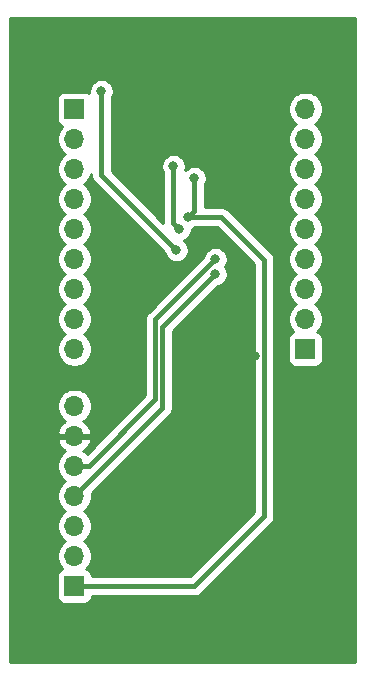
<source format=gbr>
G04 #@! TF.GenerationSoftware,KiCad,Pcbnew,(5.1.12-1-10_14)*
G04 #@! TF.CreationDate,2021-12-17T21:30:25-05:00*
G04 #@! TF.ProjectId,charlieplexboard,63686172-6c69-4657-906c-6578626f6172,rev?*
G04 #@! TF.SameCoordinates,Original*
G04 #@! TF.FileFunction,Copper,L2,Bot*
G04 #@! TF.FilePolarity,Positive*
%FSLAX46Y46*%
G04 Gerber Fmt 4.6, Leading zero omitted, Abs format (unit mm)*
G04 Created by KiCad (PCBNEW (5.1.12-1-10_14)) date 2021-12-17 21:30:25*
%MOMM*%
%LPD*%
G01*
G04 APERTURE LIST*
G04 #@! TA.AperFunction,ComponentPad*
%ADD10O,1.700000X1.700000*%
G04 #@! TD*
G04 #@! TA.AperFunction,ComponentPad*
%ADD11R,1.700000X1.700000*%
G04 #@! TD*
G04 #@! TA.AperFunction,ViaPad*
%ADD12C,0.800000*%
G04 #@! TD*
G04 #@! TA.AperFunction,Conductor*
%ADD13C,0.450000*%
G04 #@! TD*
G04 #@! TA.AperFunction,Conductor*
%ADD14C,0.254000*%
G04 #@! TD*
G04 #@! TA.AperFunction,Conductor*
%ADD15C,0.100000*%
G04 #@! TD*
G04 APERTURE END LIST*
D10*
G04 #@! TO.P,J2,9*
G04 #@! TO.N,/CB9*
X153216000Y-105322000D03*
G04 #@! TO.P,J2,8*
G04 #@! TO.N,/CB8*
X153216000Y-102782000D03*
G04 #@! TO.P,J2,7*
G04 #@! TO.N,/CB7*
X153216000Y-100242000D03*
G04 #@! TO.P,J2,6*
G04 #@! TO.N,/CB6*
X153216000Y-97702000D03*
G04 #@! TO.P,J2,5*
G04 #@! TO.N,/CB5*
X153216000Y-95162000D03*
G04 #@! TO.P,J2,4*
G04 #@! TO.N,/CB4*
X153216000Y-92622000D03*
G04 #@! TO.P,J2,3*
G04 #@! TO.N,/CB3*
X153216000Y-90082000D03*
G04 #@! TO.P,J2,2*
G04 #@! TO.N,/CB2*
X153216000Y-87542000D03*
D11*
G04 #@! TO.P,J2,1*
G04 #@! TO.N,/CB1*
X153216000Y-85002000D03*
G04 #@! TD*
D10*
G04 #@! TO.P,J1,9*
G04 #@! TO.N,/CA9*
X172774000Y-85002000D03*
G04 #@! TO.P,J1,8*
G04 #@! TO.N,/CA8*
X172774000Y-87542000D03*
G04 #@! TO.P,J1,7*
G04 #@! TO.N,/CA7*
X172774000Y-90082000D03*
G04 #@! TO.P,J1,6*
G04 #@! TO.N,/CA6*
X172774000Y-92622000D03*
G04 #@! TO.P,J1,5*
G04 #@! TO.N,/CA5*
X172774000Y-95162000D03*
G04 #@! TO.P,J1,4*
G04 #@! TO.N,/CA4*
X172774000Y-97702000D03*
G04 #@! TO.P,J1,3*
G04 #@! TO.N,/CA3*
X172774000Y-100242000D03*
G04 #@! TO.P,J1,2*
G04 #@! TO.N,/CA2*
X172774000Y-102782000D03*
D11*
G04 #@! TO.P,J1,1*
G04 #@! TO.N,/CA1*
X172774000Y-105322000D03*
G04 #@! TD*
D10*
G04 #@! TO.P,J3,7*
G04 #@! TO.N,+3V3*
X153216000Y-110148000D03*
G04 #@! TO.P,J3,6*
G04 #@! TO.N,GND*
X153216000Y-112688000D03*
G04 #@! TO.P,J3,5*
G04 #@! TO.N,/SCL*
X153216000Y-115228000D03*
G04 #@! TO.P,J3,4*
G04 #@! TO.N,/SDA*
X153216000Y-117768000D03*
G04 #@! TO.P,J3,3*
G04 #@! TO.N,Net-(J3-Pad3)*
X153216000Y-120308000D03*
G04 #@! TO.P,J3,2*
G04 #@! TO.N,Net-(J3-Pad2)*
X153216000Y-122848000D03*
D11*
G04 #@! TO.P,J3,1*
G04 #@! TO.N,/~SDB*
X153216000Y-125388000D03*
G04 #@! TD*
D12*
G04 #@! TO.N,GND*
X158804000Y-108624000D03*
X163122000Y-109132000D03*
X164646000Y-108624000D03*
X167440000Y-109386000D03*
X168519000Y-105893000D03*
X159820000Y-85002000D03*
X158077030Y-95416000D03*
G04 #@! TO.N,/SCL*
X165154000Y-97702000D03*
G04 #@! TO.N,/SDA*
X165154000Y-98972000D03*
G04 #@! TO.N,/~SDB*
X163376000Y-90844000D03*
X162868000Y-94146000D03*
G04 #@! TO.N,Net-(R5-Pad1)*
X161852000Y-96940000D03*
X155502000Y-83478000D03*
G04 #@! TO.N,Net-(R6-Pad2)*
X162106000Y-95162000D03*
X161598000Y-89828000D03*
G04 #@! TD*
D13*
G04 #@! TO.N,/SCL*
X160074000Y-109572081D02*
X154418081Y-115228000D01*
X160074000Y-102782000D02*
X160074000Y-109572081D01*
X154418081Y-115228000D02*
X153216000Y-115228000D01*
X165154000Y-97702000D02*
X160074000Y-102782000D01*
G04 #@! TO.N,/SDA*
X160674010Y-110309990D02*
X153216000Y-117768000D01*
X160674010Y-103451990D02*
X160674010Y-110309990D01*
X165154000Y-98972000D02*
X160674010Y-103451990D01*
G04 #@! TO.N,/~SDB*
X163376000Y-93638000D02*
X162868000Y-94146000D01*
X163376000Y-90844000D02*
X163376000Y-93638000D01*
X162868000Y-94146000D02*
X165662000Y-94146000D01*
X169294001Y-97778001D02*
X169294001Y-119469999D01*
X165662000Y-94146000D02*
X169294001Y-97778001D01*
X163376000Y-125388000D02*
X153216000Y-125388000D01*
X169294001Y-119469999D02*
X163376000Y-125388000D01*
G04 #@! TO.N,Net-(R5-Pad1)*
X155502000Y-90590000D02*
X155502000Y-83478000D01*
X161852000Y-96940000D02*
X155502000Y-90590000D01*
G04 #@! TO.N,Net-(R6-Pad2)*
X161598000Y-94654000D02*
X161598000Y-89828000D01*
X162106000Y-95162000D02*
X161598000Y-94654000D01*
G04 #@! TD*
D14*
G04 #@! TO.N,GND*
X176940001Y-131840000D02*
X147780000Y-131840000D01*
X147780000Y-110001740D01*
X151731000Y-110001740D01*
X151731000Y-110294260D01*
X151788068Y-110581158D01*
X151900010Y-110851411D01*
X152062525Y-111094632D01*
X152269368Y-111301475D01*
X152451534Y-111423195D01*
X152334645Y-111492822D01*
X152118412Y-111687731D01*
X151944359Y-111921080D01*
X151819175Y-112183901D01*
X151774524Y-112331110D01*
X151895845Y-112561000D01*
X153089000Y-112561000D01*
X153089000Y-112541000D01*
X153343000Y-112541000D01*
X153343000Y-112561000D01*
X154536155Y-112561000D01*
X154657476Y-112331110D01*
X154612825Y-112183901D01*
X154487641Y-111921080D01*
X154313588Y-111687731D01*
X154097355Y-111492822D01*
X153980466Y-111423195D01*
X154162632Y-111301475D01*
X154369475Y-111094632D01*
X154531990Y-110851411D01*
X154643932Y-110581158D01*
X154701000Y-110294260D01*
X154701000Y-110001740D01*
X154643932Y-109714842D01*
X154531990Y-109444589D01*
X154369475Y-109201368D01*
X154162632Y-108994525D01*
X153919411Y-108832010D01*
X153649158Y-108720068D01*
X153362260Y-108663000D01*
X153069740Y-108663000D01*
X152782842Y-108720068D01*
X152512589Y-108832010D01*
X152269368Y-108994525D01*
X152062525Y-109201368D01*
X151900010Y-109444589D01*
X151788068Y-109714842D01*
X151731000Y-110001740D01*
X147780000Y-110001740D01*
X147780000Y-84152000D01*
X151727928Y-84152000D01*
X151727928Y-85852000D01*
X151740188Y-85976482D01*
X151776498Y-86096180D01*
X151835463Y-86206494D01*
X151914815Y-86303185D01*
X152011506Y-86382537D01*
X152121820Y-86441502D01*
X152194380Y-86463513D01*
X152062525Y-86595368D01*
X151900010Y-86838589D01*
X151788068Y-87108842D01*
X151731000Y-87395740D01*
X151731000Y-87688260D01*
X151788068Y-87975158D01*
X151900010Y-88245411D01*
X152062525Y-88488632D01*
X152269368Y-88695475D01*
X152443760Y-88812000D01*
X152269368Y-88928525D01*
X152062525Y-89135368D01*
X151900010Y-89378589D01*
X151788068Y-89648842D01*
X151731000Y-89935740D01*
X151731000Y-90228260D01*
X151788068Y-90515158D01*
X151900010Y-90785411D01*
X152062525Y-91028632D01*
X152269368Y-91235475D01*
X152443760Y-91352000D01*
X152269368Y-91468525D01*
X152062525Y-91675368D01*
X151900010Y-91918589D01*
X151788068Y-92188842D01*
X151731000Y-92475740D01*
X151731000Y-92768260D01*
X151788068Y-93055158D01*
X151900010Y-93325411D01*
X152062525Y-93568632D01*
X152269368Y-93775475D01*
X152443760Y-93892000D01*
X152269368Y-94008525D01*
X152062525Y-94215368D01*
X151900010Y-94458589D01*
X151788068Y-94728842D01*
X151731000Y-95015740D01*
X151731000Y-95308260D01*
X151788068Y-95595158D01*
X151900010Y-95865411D01*
X152062525Y-96108632D01*
X152269368Y-96315475D01*
X152443760Y-96432000D01*
X152269368Y-96548525D01*
X152062525Y-96755368D01*
X151900010Y-96998589D01*
X151788068Y-97268842D01*
X151731000Y-97555740D01*
X151731000Y-97848260D01*
X151788068Y-98135158D01*
X151900010Y-98405411D01*
X152062525Y-98648632D01*
X152269368Y-98855475D01*
X152443760Y-98972000D01*
X152269368Y-99088525D01*
X152062525Y-99295368D01*
X151900010Y-99538589D01*
X151788068Y-99808842D01*
X151731000Y-100095740D01*
X151731000Y-100388260D01*
X151788068Y-100675158D01*
X151900010Y-100945411D01*
X152062525Y-101188632D01*
X152269368Y-101395475D01*
X152443760Y-101512000D01*
X152269368Y-101628525D01*
X152062525Y-101835368D01*
X151900010Y-102078589D01*
X151788068Y-102348842D01*
X151731000Y-102635740D01*
X151731000Y-102928260D01*
X151788068Y-103215158D01*
X151900010Y-103485411D01*
X152062525Y-103728632D01*
X152269368Y-103935475D01*
X152443760Y-104052000D01*
X152269368Y-104168525D01*
X152062525Y-104375368D01*
X151900010Y-104618589D01*
X151788068Y-104888842D01*
X151731000Y-105175740D01*
X151731000Y-105468260D01*
X151788068Y-105755158D01*
X151900010Y-106025411D01*
X152062525Y-106268632D01*
X152269368Y-106475475D01*
X152512589Y-106637990D01*
X152782842Y-106749932D01*
X153069740Y-106807000D01*
X153362260Y-106807000D01*
X153649158Y-106749932D01*
X153919411Y-106637990D01*
X154162632Y-106475475D01*
X154369475Y-106268632D01*
X154531990Y-106025411D01*
X154643932Y-105755158D01*
X154701000Y-105468260D01*
X154701000Y-105175740D01*
X154643932Y-104888842D01*
X154531990Y-104618589D01*
X154369475Y-104375368D01*
X154162632Y-104168525D01*
X153988240Y-104052000D01*
X154162632Y-103935475D01*
X154369475Y-103728632D01*
X154531990Y-103485411D01*
X154643932Y-103215158D01*
X154701000Y-102928260D01*
X154701000Y-102635740D01*
X154643932Y-102348842D01*
X154531990Y-102078589D01*
X154369475Y-101835368D01*
X154162632Y-101628525D01*
X153988240Y-101512000D01*
X154162632Y-101395475D01*
X154369475Y-101188632D01*
X154531990Y-100945411D01*
X154643932Y-100675158D01*
X154701000Y-100388260D01*
X154701000Y-100095740D01*
X154643932Y-99808842D01*
X154531990Y-99538589D01*
X154369475Y-99295368D01*
X154162632Y-99088525D01*
X153988240Y-98972000D01*
X154162632Y-98855475D01*
X154369475Y-98648632D01*
X154531990Y-98405411D01*
X154643932Y-98135158D01*
X154701000Y-97848260D01*
X154701000Y-97555740D01*
X154643932Y-97268842D01*
X154531990Y-96998589D01*
X154369475Y-96755368D01*
X154162632Y-96548525D01*
X153988240Y-96432000D01*
X154162632Y-96315475D01*
X154369475Y-96108632D01*
X154531990Y-95865411D01*
X154643932Y-95595158D01*
X154701000Y-95308260D01*
X154701000Y-95015740D01*
X154643932Y-94728842D01*
X154531990Y-94458589D01*
X154369475Y-94215368D01*
X154162632Y-94008525D01*
X153988240Y-93892000D01*
X154162632Y-93775475D01*
X154369475Y-93568632D01*
X154531990Y-93325411D01*
X154643932Y-93055158D01*
X154701000Y-92768260D01*
X154701000Y-92475740D01*
X154643932Y-92188842D01*
X154531990Y-91918589D01*
X154369475Y-91675368D01*
X154162632Y-91468525D01*
X153988240Y-91352000D01*
X154162632Y-91235475D01*
X154369475Y-91028632D01*
X154531990Y-90785411D01*
X154642000Y-90519822D01*
X154642000Y-90547761D01*
X154637840Y-90590000D01*
X154642000Y-90632239D01*
X154642000Y-90632245D01*
X154646252Y-90675411D01*
X154654444Y-90758589D01*
X154667538Y-90801754D01*
X154703619Y-90920699D01*
X154783476Y-91070101D01*
X154890946Y-91201054D01*
X154923765Y-91227988D01*
X160836686Y-97140910D01*
X160856774Y-97241898D01*
X160934795Y-97430256D01*
X161048063Y-97599774D01*
X161192226Y-97743937D01*
X161361744Y-97857205D01*
X161550102Y-97935226D01*
X161750061Y-97975000D01*
X161953939Y-97975000D01*
X162153898Y-97935226D01*
X162342256Y-97857205D01*
X162511774Y-97743937D01*
X162655937Y-97599774D01*
X162769205Y-97430256D01*
X162847226Y-97241898D01*
X162887000Y-97041939D01*
X162887000Y-96838061D01*
X162847226Y-96638102D01*
X162769205Y-96449744D01*
X162655937Y-96280226D01*
X162511774Y-96136063D01*
X162491574Y-96122566D01*
X162596256Y-96079205D01*
X162765774Y-95965937D01*
X162909937Y-95821774D01*
X163023205Y-95652256D01*
X163101226Y-95463898D01*
X163141000Y-95263939D01*
X163141000Y-95146974D01*
X163169898Y-95141226D01*
X163358256Y-95063205D01*
X163443870Y-95006000D01*
X165305777Y-95006000D01*
X168434001Y-98134225D01*
X168434002Y-119113774D01*
X163019777Y-124528000D01*
X154703087Y-124528000D01*
X154691812Y-124413518D01*
X154655502Y-124293820D01*
X154596537Y-124183506D01*
X154517185Y-124086815D01*
X154420494Y-124007463D01*
X154310180Y-123948498D01*
X154237620Y-123926487D01*
X154369475Y-123794632D01*
X154531990Y-123551411D01*
X154643932Y-123281158D01*
X154701000Y-122994260D01*
X154701000Y-122701740D01*
X154643932Y-122414842D01*
X154531990Y-122144589D01*
X154369475Y-121901368D01*
X154162632Y-121694525D01*
X153988240Y-121578000D01*
X154162632Y-121461475D01*
X154369475Y-121254632D01*
X154531990Y-121011411D01*
X154643932Y-120741158D01*
X154701000Y-120454260D01*
X154701000Y-120161740D01*
X154643932Y-119874842D01*
X154531990Y-119604589D01*
X154369475Y-119361368D01*
X154162632Y-119154525D01*
X153988240Y-119038000D01*
X154162632Y-118921475D01*
X154369475Y-118714632D01*
X154531990Y-118471411D01*
X154643932Y-118201158D01*
X154701000Y-117914260D01*
X154701000Y-117621740D01*
X154680673Y-117519550D01*
X161252251Y-110947973D01*
X161285064Y-110921044D01*
X161392534Y-110790092D01*
X161472391Y-110640690D01*
X161521566Y-110478579D01*
X161534010Y-110352236D01*
X161534010Y-110352229D01*
X161538170Y-110309990D01*
X161534010Y-110267751D01*
X161534010Y-103808213D01*
X165354910Y-99987314D01*
X165455898Y-99967226D01*
X165644256Y-99889205D01*
X165813774Y-99775937D01*
X165957937Y-99631774D01*
X166071205Y-99462256D01*
X166149226Y-99273898D01*
X166189000Y-99073939D01*
X166189000Y-98870061D01*
X166149226Y-98670102D01*
X166071205Y-98481744D01*
X165974490Y-98337000D01*
X166071205Y-98192256D01*
X166149226Y-98003898D01*
X166189000Y-97803939D01*
X166189000Y-97600061D01*
X166149226Y-97400102D01*
X166071205Y-97211744D01*
X165957937Y-97042226D01*
X165813774Y-96898063D01*
X165644256Y-96784795D01*
X165455898Y-96706774D01*
X165255939Y-96667000D01*
X165052061Y-96667000D01*
X164852102Y-96706774D01*
X164663744Y-96784795D01*
X164494226Y-96898063D01*
X164350063Y-97042226D01*
X164236795Y-97211744D01*
X164158774Y-97400102D01*
X164138686Y-97501090D01*
X159495765Y-102144012D01*
X159462946Y-102170946D01*
X159355476Y-102301899D01*
X159275619Y-102451301D01*
X159226444Y-102613412D01*
X159214000Y-102739755D01*
X159214000Y-102739761D01*
X159209840Y-102782000D01*
X159214000Y-102824239D01*
X159214001Y-109215856D01*
X154258982Y-114170875D01*
X154162632Y-114074525D01*
X153980466Y-113952805D01*
X154097355Y-113883178D01*
X154313588Y-113688269D01*
X154487641Y-113454920D01*
X154612825Y-113192099D01*
X154657476Y-113044890D01*
X154536155Y-112815000D01*
X153343000Y-112815000D01*
X153343000Y-112835000D01*
X153089000Y-112835000D01*
X153089000Y-112815000D01*
X151895845Y-112815000D01*
X151774524Y-113044890D01*
X151819175Y-113192099D01*
X151944359Y-113454920D01*
X152118412Y-113688269D01*
X152334645Y-113883178D01*
X152451534Y-113952805D01*
X152269368Y-114074525D01*
X152062525Y-114281368D01*
X151900010Y-114524589D01*
X151788068Y-114794842D01*
X151731000Y-115081740D01*
X151731000Y-115374260D01*
X151788068Y-115661158D01*
X151900010Y-115931411D01*
X152062525Y-116174632D01*
X152269368Y-116381475D01*
X152443760Y-116498000D01*
X152269368Y-116614525D01*
X152062525Y-116821368D01*
X151900010Y-117064589D01*
X151788068Y-117334842D01*
X151731000Y-117621740D01*
X151731000Y-117914260D01*
X151788068Y-118201158D01*
X151900010Y-118471411D01*
X152062525Y-118714632D01*
X152269368Y-118921475D01*
X152443760Y-119038000D01*
X152269368Y-119154525D01*
X152062525Y-119361368D01*
X151900010Y-119604589D01*
X151788068Y-119874842D01*
X151731000Y-120161740D01*
X151731000Y-120454260D01*
X151788068Y-120741158D01*
X151900010Y-121011411D01*
X152062525Y-121254632D01*
X152269368Y-121461475D01*
X152443760Y-121578000D01*
X152269368Y-121694525D01*
X152062525Y-121901368D01*
X151900010Y-122144589D01*
X151788068Y-122414842D01*
X151731000Y-122701740D01*
X151731000Y-122994260D01*
X151788068Y-123281158D01*
X151900010Y-123551411D01*
X152062525Y-123794632D01*
X152194380Y-123926487D01*
X152121820Y-123948498D01*
X152011506Y-124007463D01*
X151914815Y-124086815D01*
X151835463Y-124183506D01*
X151776498Y-124293820D01*
X151740188Y-124413518D01*
X151727928Y-124538000D01*
X151727928Y-126238000D01*
X151740188Y-126362482D01*
X151776498Y-126482180D01*
X151835463Y-126592494D01*
X151914815Y-126689185D01*
X152011506Y-126768537D01*
X152121820Y-126827502D01*
X152241518Y-126863812D01*
X152366000Y-126876072D01*
X154066000Y-126876072D01*
X154190482Y-126863812D01*
X154310180Y-126827502D01*
X154420494Y-126768537D01*
X154517185Y-126689185D01*
X154596537Y-126592494D01*
X154655502Y-126482180D01*
X154691812Y-126362482D01*
X154703087Y-126248000D01*
X163333761Y-126248000D01*
X163376000Y-126252160D01*
X163418239Y-126248000D01*
X163418246Y-126248000D01*
X163544589Y-126235556D01*
X163706700Y-126186381D01*
X163856102Y-126106524D01*
X163987054Y-125999054D01*
X164013988Y-125966235D01*
X169872242Y-120107982D01*
X169905055Y-120081053D01*
X170012525Y-119950101D01*
X170092382Y-119800699D01*
X170118666Y-119714049D01*
X170141557Y-119638590D01*
X170144906Y-119604589D01*
X170154001Y-119512245D01*
X170154001Y-119512239D01*
X170158161Y-119470000D01*
X170154001Y-119427761D01*
X170154001Y-104472000D01*
X171285928Y-104472000D01*
X171285928Y-106172000D01*
X171298188Y-106296482D01*
X171334498Y-106416180D01*
X171393463Y-106526494D01*
X171472815Y-106623185D01*
X171569506Y-106702537D01*
X171679820Y-106761502D01*
X171799518Y-106797812D01*
X171924000Y-106810072D01*
X173624000Y-106810072D01*
X173748482Y-106797812D01*
X173868180Y-106761502D01*
X173978494Y-106702537D01*
X174075185Y-106623185D01*
X174154537Y-106526494D01*
X174213502Y-106416180D01*
X174249812Y-106296482D01*
X174262072Y-106172000D01*
X174262072Y-104472000D01*
X174249812Y-104347518D01*
X174213502Y-104227820D01*
X174154537Y-104117506D01*
X174075185Y-104020815D01*
X173978494Y-103941463D01*
X173868180Y-103882498D01*
X173795620Y-103860487D01*
X173927475Y-103728632D01*
X174089990Y-103485411D01*
X174201932Y-103215158D01*
X174259000Y-102928260D01*
X174259000Y-102635740D01*
X174201932Y-102348842D01*
X174089990Y-102078589D01*
X173927475Y-101835368D01*
X173720632Y-101628525D01*
X173546240Y-101512000D01*
X173720632Y-101395475D01*
X173927475Y-101188632D01*
X174089990Y-100945411D01*
X174201932Y-100675158D01*
X174259000Y-100388260D01*
X174259000Y-100095740D01*
X174201932Y-99808842D01*
X174089990Y-99538589D01*
X173927475Y-99295368D01*
X173720632Y-99088525D01*
X173546240Y-98972000D01*
X173720632Y-98855475D01*
X173927475Y-98648632D01*
X174089990Y-98405411D01*
X174201932Y-98135158D01*
X174259000Y-97848260D01*
X174259000Y-97555740D01*
X174201932Y-97268842D01*
X174089990Y-96998589D01*
X173927475Y-96755368D01*
X173720632Y-96548525D01*
X173546240Y-96432000D01*
X173720632Y-96315475D01*
X173927475Y-96108632D01*
X174089990Y-95865411D01*
X174201932Y-95595158D01*
X174259000Y-95308260D01*
X174259000Y-95015740D01*
X174201932Y-94728842D01*
X174089990Y-94458589D01*
X173927475Y-94215368D01*
X173720632Y-94008525D01*
X173546240Y-93892000D01*
X173720632Y-93775475D01*
X173927475Y-93568632D01*
X174089990Y-93325411D01*
X174201932Y-93055158D01*
X174259000Y-92768260D01*
X174259000Y-92475740D01*
X174201932Y-92188842D01*
X174089990Y-91918589D01*
X173927475Y-91675368D01*
X173720632Y-91468525D01*
X173546240Y-91352000D01*
X173720632Y-91235475D01*
X173927475Y-91028632D01*
X174089990Y-90785411D01*
X174201932Y-90515158D01*
X174259000Y-90228260D01*
X174259000Y-89935740D01*
X174201932Y-89648842D01*
X174089990Y-89378589D01*
X173927475Y-89135368D01*
X173720632Y-88928525D01*
X173546240Y-88812000D01*
X173720632Y-88695475D01*
X173927475Y-88488632D01*
X174089990Y-88245411D01*
X174201932Y-87975158D01*
X174259000Y-87688260D01*
X174259000Y-87395740D01*
X174201932Y-87108842D01*
X174089990Y-86838589D01*
X173927475Y-86595368D01*
X173720632Y-86388525D01*
X173546240Y-86272000D01*
X173720632Y-86155475D01*
X173927475Y-85948632D01*
X174089990Y-85705411D01*
X174201932Y-85435158D01*
X174259000Y-85148260D01*
X174259000Y-84855740D01*
X174201932Y-84568842D01*
X174089990Y-84298589D01*
X173927475Y-84055368D01*
X173720632Y-83848525D01*
X173477411Y-83686010D01*
X173207158Y-83574068D01*
X172920260Y-83517000D01*
X172627740Y-83517000D01*
X172340842Y-83574068D01*
X172070589Y-83686010D01*
X171827368Y-83848525D01*
X171620525Y-84055368D01*
X171458010Y-84298589D01*
X171346068Y-84568842D01*
X171289000Y-84855740D01*
X171289000Y-85148260D01*
X171346068Y-85435158D01*
X171458010Y-85705411D01*
X171620525Y-85948632D01*
X171827368Y-86155475D01*
X172001760Y-86272000D01*
X171827368Y-86388525D01*
X171620525Y-86595368D01*
X171458010Y-86838589D01*
X171346068Y-87108842D01*
X171289000Y-87395740D01*
X171289000Y-87688260D01*
X171346068Y-87975158D01*
X171458010Y-88245411D01*
X171620525Y-88488632D01*
X171827368Y-88695475D01*
X172001760Y-88812000D01*
X171827368Y-88928525D01*
X171620525Y-89135368D01*
X171458010Y-89378589D01*
X171346068Y-89648842D01*
X171289000Y-89935740D01*
X171289000Y-90228260D01*
X171346068Y-90515158D01*
X171458010Y-90785411D01*
X171620525Y-91028632D01*
X171827368Y-91235475D01*
X172001760Y-91352000D01*
X171827368Y-91468525D01*
X171620525Y-91675368D01*
X171458010Y-91918589D01*
X171346068Y-92188842D01*
X171289000Y-92475740D01*
X171289000Y-92768260D01*
X171346068Y-93055158D01*
X171458010Y-93325411D01*
X171620525Y-93568632D01*
X171827368Y-93775475D01*
X172001760Y-93892000D01*
X171827368Y-94008525D01*
X171620525Y-94215368D01*
X171458010Y-94458589D01*
X171346068Y-94728842D01*
X171289000Y-95015740D01*
X171289000Y-95308260D01*
X171346068Y-95595158D01*
X171458010Y-95865411D01*
X171620525Y-96108632D01*
X171827368Y-96315475D01*
X172001760Y-96432000D01*
X171827368Y-96548525D01*
X171620525Y-96755368D01*
X171458010Y-96998589D01*
X171346068Y-97268842D01*
X171289000Y-97555740D01*
X171289000Y-97848260D01*
X171346068Y-98135158D01*
X171458010Y-98405411D01*
X171620525Y-98648632D01*
X171827368Y-98855475D01*
X172001760Y-98972000D01*
X171827368Y-99088525D01*
X171620525Y-99295368D01*
X171458010Y-99538589D01*
X171346068Y-99808842D01*
X171289000Y-100095740D01*
X171289000Y-100388260D01*
X171346068Y-100675158D01*
X171458010Y-100945411D01*
X171620525Y-101188632D01*
X171827368Y-101395475D01*
X172001760Y-101512000D01*
X171827368Y-101628525D01*
X171620525Y-101835368D01*
X171458010Y-102078589D01*
X171346068Y-102348842D01*
X171289000Y-102635740D01*
X171289000Y-102928260D01*
X171346068Y-103215158D01*
X171458010Y-103485411D01*
X171620525Y-103728632D01*
X171752380Y-103860487D01*
X171679820Y-103882498D01*
X171569506Y-103941463D01*
X171472815Y-104020815D01*
X171393463Y-104117506D01*
X171334498Y-104227820D01*
X171298188Y-104347518D01*
X171285928Y-104472000D01*
X170154001Y-104472000D01*
X170154001Y-97820239D01*
X170158161Y-97778000D01*
X170154001Y-97735761D01*
X170154001Y-97735755D01*
X170141557Y-97609412D01*
X170138721Y-97600061D01*
X170092382Y-97447302D01*
X170092382Y-97447301D01*
X170012525Y-97297899D01*
X169905055Y-97166947D01*
X169872243Y-97140019D01*
X166299988Y-93567765D01*
X166273054Y-93534946D01*
X166142102Y-93427476D01*
X165992700Y-93347619D01*
X165830589Y-93298444D01*
X165704246Y-93286000D01*
X165704239Y-93286000D01*
X165662000Y-93281840D01*
X165619761Y-93286000D01*
X164236000Y-93286000D01*
X164236000Y-91419870D01*
X164293205Y-91334256D01*
X164371226Y-91145898D01*
X164411000Y-90945939D01*
X164411000Y-90742061D01*
X164371226Y-90542102D01*
X164293205Y-90353744D01*
X164179937Y-90184226D01*
X164035774Y-90040063D01*
X163866256Y-89926795D01*
X163677898Y-89848774D01*
X163477939Y-89809000D01*
X163274061Y-89809000D01*
X163074102Y-89848774D01*
X162885744Y-89926795D01*
X162716226Y-90040063D01*
X162572063Y-90184226D01*
X162568536Y-90189505D01*
X162593226Y-90129898D01*
X162633000Y-89929939D01*
X162633000Y-89726061D01*
X162593226Y-89526102D01*
X162515205Y-89337744D01*
X162401937Y-89168226D01*
X162257774Y-89024063D01*
X162088256Y-88910795D01*
X161899898Y-88832774D01*
X161699939Y-88793000D01*
X161496061Y-88793000D01*
X161296102Y-88832774D01*
X161107744Y-88910795D01*
X160938226Y-89024063D01*
X160794063Y-89168226D01*
X160680795Y-89337744D01*
X160602774Y-89526102D01*
X160563000Y-89726061D01*
X160563000Y-89929939D01*
X160602774Y-90129898D01*
X160680795Y-90318256D01*
X160738001Y-90403871D01*
X160738000Y-94609776D01*
X156362000Y-90233777D01*
X156362000Y-84053870D01*
X156419205Y-83968256D01*
X156497226Y-83779898D01*
X156537000Y-83579939D01*
X156537000Y-83376061D01*
X156497226Y-83176102D01*
X156419205Y-82987744D01*
X156305937Y-82818226D01*
X156161774Y-82674063D01*
X155992256Y-82560795D01*
X155803898Y-82482774D01*
X155603939Y-82443000D01*
X155400061Y-82443000D01*
X155200102Y-82482774D01*
X155011744Y-82560795D01*
X154842226Y-82674063D01*
X154698063Y-82818226D01*
X154584795Y-82987744D01*
X154506774Y-83176102D01*
X154467000Y-83376061D01*
X154467000Y-83579939D01*
X154485944Y-83675176D01*
X154420494Y-83621463D01*
X154310180Y-83562498D01*
X154190482Y-83526188D01*
X154066000Y-83513928D01*
X152366000Y-83513928D01*
X152241518Y-83526188D01*
X152121820Y-83562498D01*
X152011506Y-83621463D01*
X151914815Y-83700815D01*
X151835463Y-83797506D01*
X151776498Y-83907820D01*
X151740188Y-84027518D01*
X151727928Y-84152000D01*
X147780000Y-84152000D01*
X147780000Y-77280000D01*
X176940000Y-77280000D01*
X176940001Y-131840000D01*
G04 #@! TA.AperFunction,Conductor*
D15*
G36*
X176940001Y-131840000D02*
G01*
X147780000Y-131840000D01*
X147780000Y-110001740D01*
X151731000Y-110001740D01*
X151731000Y-110294260D01*
X151788068Y-110581158D01*
X151900010Y-110851411D01*
X152062525Y-111094632D01*
X152269368Y-111301475D01*
X152451534Y-111423195D01*
X152334645Y-111492822D01*
X152118412Y-111687731D01*
X151944359Y-111921080D01*
X151819175Y-112183901D01*
X151774524Y-112331110D01*
X151895845Y-112561000D01*
X153089000Y-112561000D01*
X153089000Y-112541000D01*
X153343000Y-112541000D01*
X153343000Y-112561000D01*
X154536155Y-112561000D01*
X154657476Y-112331110D01*
X154612825Y-112183901D01*
X154487641Y-111921080D01*
X154313588Y-111687731D01*
X154097355Y-111492822D01*
X153980466Y-111423195D01*
X154162632Y-111301475D01*
X154369475Y-111094632D01*
X154531990Y-110851411D01*
X154643932Y-110581158D01*
X154701000Y-110294260D01*
X154701000Y-110001740D01*
X154643932Y-109714842D01*
X154531990Y-109444589D01*
X154369475Y-109201368D01*
X154162632Y-108994525D01*
X153919411Y-108832010D01*
X153649158Y-108720068D01*
X153362260Y-108663000D01*
X153069740Y-108663000D01*
X152782842Y-108720068D01*
X152512589Y-108832010D01*
X152269368Y-108994525D01*
X152062525Y-109201368D01*
X151900010Y-109444589D01*
X151788068Y-109714842D01*
X151731000Y-110001740D01*
X147780000Y-110001740D01*
X147780000Y-84152000D01*
X151727928Y-84152000D01*
X151727928Y-85852000D01*
X151740188Y-85976482D01*
X151776498Y-86096180D01*
X151835463Y-86206494D01*
X151914815Y-86303185D01*
X152011506Y-86382537D01*
X152121820Y-86441502D01*
X152194380Y-86463513D01*
X152062525Y-86595368D01*
X151900010Y-86838589D01*
X151788068Y-87108842D01*
X151731000Y-87395740D01*
X151731000Y-87688260D01*
X151788068Y-87975158D01*
X151900010Y-88245411D01*
X152062525Y-88488632D01*
X152269368Y-88695475D01*
X152443760Y-88812000D01*
X152269368Y-88928525D01*
X152062525Y-89135368D01*
X151900010Y-89378589D01*
X151788068Y-89648842D01*
X151731000Y-89935740D01*
X151731000Y-90228260D01*
X151788068Y-90515158D01*
X151900010Y-90785411D01*
X152062525Y-91028632D01*
X152269368Y-91235475D01*
X152443760Y-91352000D01*
X152269368Y-91468525D01*
X152062525Y-91675368D01*
X151900010Y-91918589D01*
X151788068Y-92188842D01*
X151731000Y-92475740D01*
X151731000Y-92768260D01*
X151788068Y-93055158D01*
X151900010Y-93325411D01*
X152062525Y-93568632D01*
X152269368Y-93775475D01*
X152443760Y-93892000D01*
X152269368Y-94008525D01*
X152062525Y-94215368D01*
X151900010Y-94458589D01*
X151788068Y-94728842D01*
X151731000Y-95015740D01*
X151731000Y-95308260D01*
X151788068Y-95595158D01*
X151900010Y-95865411D01*
X152062525Y-96108632D01*
X152269368Y-96315475D01*
X152443760Y-96432000D01*
X152269368Y-96548525D01*
X152062525Y-96755368D01*
X151900010Y-96998589D01*
X151788068Y-97268842D01*
X151731000Y-97555740D01*
X151731000Y-97848260D01*
X151788068Y-98135158D01*
X151900010Y-98405411D01*
X152062525Y-98648632D01*
X152269368Y-98855475D01*
X152443760Y-98972000D01*
X152269368Y-99088525D01*
X152062525Y-99295368D01*
X151900010Y-99538589D01*
X151788068Y-99808842D01*
X151731000Y-100095740D01*
X151731000Y-100388260D01*
X151788068Y-100675158D01*
X151900010Y-100945411D01*
X152062525Y-101188632D01*
X152269368Y-101395475D01*
X152443760Y-101512000D01*
X152269368Y-101628525D01*
X152062525Y-101835368D01*
X151900010Y-102078589D01*
X151788068Y-102348842D01*
X151731000Y-102635740D01*
X151731000Y-102928260D01*
X151788068Y-103215158D01*
X151900010Y-103485411D01*
X152062525Y-103728632D01*
X152269368Y-103935475D01*
X152443760Y-104052000D01*
X152269368Y-104168525D01*
X152062525Y-104375368D01*
X151900010Y-104618589D01*
X151788068Y-104888842D01*
X151731000Y-105175740D01*
X151731000Y-105468260D01*
X151788068Y-105755158D01*
X151900010Y-106025411D01*
X152062525Y-106268632D01*
X152269368Y-106475475D01*
X152512589Y-106637990D01*
X152782842Y-106749932D01*
X153069740Y-106807000D01*
X153362260Y-106807000D01*
X153649158Y-106749932D01*
X153919411Y-106637990D01*
X154162632Y-106475475D01*
X154369475Y-106268632D01*
X154531990Y-106025411D01*
X154643932Y-105755158D01*
X154701000Y-105468260D01*
X154701000Y-105175740D01*
X154643932Y-104888842D01*
X154531990Y-104618589D01*
X154369475Y-104375368D01*
X154162632Y-104168525D01*
X153988240Y-104052000D01*
X154162632Y-103935475D01*
X154369475Y-103728632D01*
X154531990Y-103485411D01*
X154643932Y-103215158D01*
X154701000Y-102928260D01*
X154701000Y-102635740D01*
X154643932Y-102348842D01*
X154531990Y-102078589D01*
X154369475Y-101835368D01*
X154162632Y-101628525D01*
X153988240Y-101512000D01*
X154162632Y-101395475D01*
X154369475Y-101188632D01*
X154531990Y-100945411D01*
X154643932Y-100675158D01*
X154701000Y-100388260D01*
X154701000Y-100095740D01*
X154643932Y-99808842D01*
X154531990Y-99538589D01*
X154369475Y-99295368D01*
X154162632Y-99088525D01*
X153988240Y-98972000D01*
X154162632Y-98855475D01*
X154369475Y-98648632D01*
X154531990Y-98405411D01*
X154643932Y-98135158D01*
X154701000Y-97848260D01*
X154701000Y-97555740D01*
X154643932Y-97268842D01*
X154531990Y-96998589D01*
X154369475Y-96755368D01*
X154162632Y-96548525D01*
X153988240Y-96432000D01*
X154162632Y-96315475D01*
X154369475Y-96108632D01*
X154531990Y-95865411D01*
X154643932Y-95595158D01*
X154701000Y-95308260D01*
X154701000Y-95015740D01*
X154643932Y-94728842D01*
X154531990Y-94458589D01*
X154369475Y-94215368D01*
X154162632Y-94008525D01*
X153988240Y-93892000D01*
X154162632Y-93775475D01*
X154369475Y-93568632D01*
X154531990Y-93325411D01*
X154643932Y-93055158D01*
X154701000Y-92768260D01*
X154701000Y-92475740D01*
X154643932Y-92188842D01*
X154531990Y-91918589D01*
X154369475Y-91675368D01*
X154162632Y-91468525D01*
X153988240Y-91352000D01*
X154162632Y-91235475D01*
X154369475Y-91028632D01*
X154531990Y-90785411D01*
X154642000Y-90519822D01*
X154642000Y-90547761D01*
X154637840Y-90590000D01*
X154642000Y-90632239D01*
X154642000Y-90632245D01*
X154646252Y-90675411D01*
X154654444Y-90758589D01*
X154667538Y-90801754D01*
X154703619Y-90920699D01*
X154783476Y-91070101D01*
X154890946Y-91201054D01*
X154923765Y-91227988D01*
X160836686Y-97140910D01*
X160856774Y-97241898D01*
X160934795Y-97430256D01*
X161048063Y-97599774D01*
X161192226Y-97743937D01*
X161361744Y-97857205D01*
X161550102Y-97935226D01*
X161750061Y-97975000D01*
X161953939Y-97975000D01*
X162153898Y-97935226D01*
X162342256Y-97857205D01*
X162511774Y-97743937D01*
X162655937Y-97599774D01*
X162769205Y-97430256D01*
X162847226Y-97241898D01*
X162887000Y-97041939D01*
X162887000Y-96838061D01*
X162847226Y-96638102D01*
X162769205Y-96449744D01*
X162655937Y-96280226D01*
X162511774Y-96136063D01*
X162491574Y-96122566D01*
X162596256Y-96079205D01*
X162765774Y-95965937D01*
X162909937Y-95821774D01*
X163023205Y-95652256D01*
X163101226Y-95463898D01*
X163141000Y-95263939D01*
X163141000Y-95146974D01*
X163169898Y-95141226D01*
X163358256Y-95063205D01*
X163443870Y-95006000D01*
X165305777Y-95006000D01*
X168434001Y-98134225D01*
X168434002Y-119113774D01*
X163019777Y-124528000D01*
X154703087Y-124528000D01*
X154691812Y-124413518D01*
X154655502Y-124293820D01*
X154596537Y-124183506D01*
X154517185Y-124086815D01*
X154420494Y-124007463D01*
X154310180Y-123948498D01*
X154237620Y-123926487D01*
X154369475Y-123794632D01*
X154531990Y-123551411D01*
X154643932Y-123281158D01*
X154701000Y-122994260D01*
X154701000Y-122701740D01*
X154643932Y-122414842D01*
X154531990Y-122144589D01*
X154369475Y-121901368D01*
X154162632Y-121694525D01*
X153988240Y-121578000D01*
X154162632Y-121461475D01*
X154369475Y-121254632D01*
X154531990Y-121011411D01*
X154643932Y-120741158D01*
X154701000Y-120454260D01*
X154701000Y-120161740D01*
X154643932Y-119874842D01*
X154531990Y-119604589D01*
X154369475Y-119361368D01*
X154162632Y-119154525D01*
X153988240Y-119038000D01*
X154162632Y-118921475D01*
X154369475Y-118714632D01*
X154531990Y-118471411D01*
X154643932Y-118201158D01*
X154701000Y-117914260D01*
X154701000Y-117621740D01*
X154680673Y-117519550D01*
X161252251Y-110947973D01*
X161285064Y-110921044D01*
X161392534Y-110790092D01*
X161472391Y-110640690D01*
X161521566Y-110478579D01*
X161534010Y-110352236D01*
X161534010Y-110352229D01*
X161538170Y-110309990D01*
X161534010Y-110267751D01*
X161534010Y-103808213D01*
X165354910Y-99987314D01*
X165455898Y-99967226D01*
X165644256Y-99889205D01*
X165813774Y-99775937D01*
X165957937Y-99631774D01*
X166071205Y-99462256D01*
X166149226Y-99273898D01*
X166189000Y-99073939D01*
X166189000Y-98870061D01*
X166149226Y-98670102D01*
X166071205Y-98481744D01*
X165974490Y-98337000D01*
X166071205Y-98192256D01*
X166149226Y-98003898D01*
X166189000Y-97803939D01*
X166189000Y-97600061D01*
X166149226Y-97400102D01*
X166071205Y-97211744D01*
X165957937Y-97042226D01*
X165813774Y-96898063D01*
X165644256Y-96784795D01*
X165455898Y-96706774D01*
X165255939Y-96667000D01*
X165052061Y-96667000D01*
X164852102Y-96706774D01*
X164663744Y-96784795D01*
X164494226Y-96898063D01*
X164350063Y-97042226D01*
X164236795Y-97211744D01*
X164158774Y-97400102D01*
X164138686Y-97501090D01*
X159495765Y-102144012D01*
X159462946Y-102170946D01*
X159355476Y-102301899D01*
X159275619Y-102451301D01*
X159226444Y-102613412D01*
X159214000Y-102739755D01*
X159214000Y-102739761D01*
X159209840Y-102782000D01*
X159214000Y-102824239D01*
X159214001Y-109215856D01*
X154258982Y-114170875D01*
X154162632Y-114074525D01*
X153980466Y-113952805D01*
X154097355Y-113883178D01*
X154313588Y-113688269D01*
X154487641Y-113454920D01*
X154612825Y-113192099D01*
X154657476Y-113044890D01*
X154536155Y-112815000D01*
X153343000Y-112815000D01*
X153343000Y-112835000D01*
X153089000Y-112835000D01*
X153089000Y-112815000D01*
X151895845Y-112815000D01*
X151774524Y-113044890D01*
X151819175Y-113192099D01*
X151944359Y-113454920D01*
X152118412Y-113688269D01*
X152334645Y-113883178D01*
X152451534Y-113952805D01*
X152269368Y-114074525D01*
X152062525Y-114281368D01*
X151900010Y-114524589D01*
X151788068Y-114794842D01*
X151731000Y-115081740D01*
X151731000Y-115374260D01*
X151788068Y-115661158D01*
X151900010Y-115931411D01*
X152062525Y-116174632D01*
X152269368Y-116381475D01*
X152443760Y-116498000D01*
X152269368Y-116614525D01*
X152062525Y-116821368D01*
X151900010Y-117064589D01*
X151788068Y-117334842D01*
X151731000Y-117621740D01*
X151731000Y-117914260D01*
X151788068Y-118201158D01*
X151900010Y-118471411D01*
X152062525Y-118714632D01*
X152269368Y-118921475D01*
X152443760Y-119038000D01*
X152269368Y-119154525D01*
X152062525Y-119361368D01*
X151900010Y-119604589D01*
X151788068Y-119874842D01*
X151731000Y-120161740D01*
X151731000Y-120454260D01*
X151788068Y-120741158D01*
X151900010Y-121011411D01*
X152062525Y-121254632D01*
X152269368Y-121461475D01*
X152443760Y-121578000D01*
X152269368Y-121694525D01*
X152062525Y-121901368D01*
X151900010Y-122144589D01*
X151788068Y-122414842D01*
X151731000Y-122701740D01*
X151731000Y-122994260D01*
X151788068Y-123281158D01*
X151900010Y-123551411D01*
X152062525Y-123794632D01*
X152194380Y-123926487D01*
X152121820Y-123948498D01*
X152011506Y-124007463D01*
X151914815Y-124086815D01*
X151835463Y-124183506D01*
X151776498Y-124293820D01*
X151740188Y-124413518D01*
X151727928Y-124538000D01*
X151727928Y-126238000D01*
X151740188Y-126362482D01*
X151776498Y-126482180D01*
X151835463Y-126592494D01*
X151914815Y-126689185D01*
X152011506Y-126768537D01*
X152121820Y-126827502D01*
X152241518Y-126863812D01*
X152366000Y-126876072D01*
X154066000Y-126876072D01*
X154190482Y-126863812D01*
X154310180Y-126827502D01*
X154420494Y-126768537D01*
X154517185Y-126689185D01*
X154596537Y-126592494D01*
X154655502Y-126482180D01*
X154691812Y-126362482D01*
X154703087Y-126248000D01*
X163333761Y-126248000D01*
X163376000Y-126252160D01*
X163418239Y-126248000D01*
X163418246Y-126248000D01*
X163544589Y-126235556D01*
X163706700Y-126186381D01*
X163856102Y-126106524D01*
X163987054Y-125999054D01*
X164013988Y-125966235D01*
X169872242Y-120107982D01*
X169905055Y-120081053D01*
X170012525Y-119950101D01*
X170092382Y-119800699D01*
X170118666Y-119714049D01*
X170141557Y-119638590D01*
X170144906Y-119604589D01*
X170154001Y-119512245D01*
X170154001Y-119512239D01*
X170158161Y-119470000D01*
X170154001Y-119427761D01*
X170154001Y-104472000D01*
X171285928Y-104472000D01*
X171285928Y-106172000D01*
X171298188Y-106296482D01*
X171334498Y-106416180D01*
X171393463Y-106526494D01*
X171472815Y-106623185D01*
X171569506Y-106702537D01*
X171679820Y-106761502D01*
X171799518Y-106797812D01*
X171924000Y-106810072D01*
X173624000Y-106810072D01*
X173748482Y-106797812D01*
X173868180Y-106761502D01*
X173978494Y-106702537D01*
X174075185Y-106623185D01*
X174154537Y-106526494D01*
X174213502Y-106416180D01*
X174249812Y-106296482D01*
X174262072Y-106172000D01*
X174262072Y-104472000D01*
X174249812Y-104347518D01*
X174213502Y-104227820D01*
X174154537Y-104117506D01*
X174075185Y-104020815D01*
X173978494Y-103941463D01*
X173868180Y-103882498D01*
X173795620Y-103860487D01*
X173927475Y-103728632D01*
X174089990Y-103485411D01*
X174201932Y-103215158D01*
X174259000Y-102928260D01*
X174259000Y-102635740D01*
X174201932Y-102348842D01*
X174089990Y-102078589D01*
X173927475Y-101835368D01*
X173720632Y-101628525D01*
X173546240Y-101512000D01*
X173720632Y-101395475D01*
X173927475Y-101188632D01*
X174089990Y-100945411D01*
X174201932Y-100675158D01*
X174259000Y-100388260D01*
X174259000Y-100095740D01*
X174201932Y-99808842D01*
X174089990Y-99538589D01*
X173927475Y-99295368D01*
X173720632Y-99088525D01*
X173546240Y-98972000D01*
X173720632Y-98855475D01*
X173927475Y-98648632D01*
X174089990Y-98405411D01*
X174201932Y-98135158D01*
X174259000Y-97848260D01*
X174259000Y-97555740D01*
X174201932Y-97268842D01*
X174089990Y-96998589D01*
X173927475Y-96755368D01*
X173720632Y-96548525D01*
X173546240Y-96432000D01*
X173720632Y-96315475D01*
X173927475Y-96108632D01*
X174089990Y-95865411D01*
X174201932Y-95595158D01*
X174259000Y-95308260D01*
X174259000Y-95015740D01*
X174201932Y-94728842D01*
X174089990Y-94458589D01*
X173927475Y-94215368D01*
X173720632Y-94008525D01*
X173546240Y-93892000D01*
X173720632Y-93775475D01*
X173927475Y-93568632D01*
X174089990Y-93325411D01*
X174201932Y-93055158D01*
X174259000Y-92768260D01*
X174259000Y-92475740D01*
X174201932Y-92188842D01*
X174089990Y-91918589D01*
X173927475Y-91675368D01*
X173720632Y-91468525D01*
X173546240Y-91352000D01*
X173720632Y-91235475D01*
X173927475Y-91028632D01*
X174089990Y-90785411D01*
X174201932Y-90515158D01*
X174259000Y-90228260D01*
X174259000Y-89935740D01*
X174201932Y-89648842D01*
X174089990Y-89378589D01*
X173927475Y-89135368D01*
X173720632Y-88928525D01*
X173546240Y-88812000D01*
X173720632Y-88695475D01*
X173927475Y-88488632D01*
X174089990Y-88245411D01*
X174201932Y-87975158D01*
X174259000Y-87688260D01*
X174259000Y-87395740D01*
X174201932Y-87108842D01*
X174089990Y-86838589D01*
X173927475Y-86595368D01*
X173720632Y-86388525D01*
X173546240Y-86272000D01*
X173720632Y-86155475D01*
X173927475Y-85948632D01*
X174089990Y-85705411D01*
X174201932Y-85435158D01*
X174259000Y-85148260D01*
X174259000Y-84855740D01*
X174201932Y-84568842D01*
X174089990Y-84298589D01*
X173927475Y-84055368D01*
X173720632Y-83848525D01*
X173477411Y-83686010D01*
X173207158Y-83574068D01*
X172920260Y-83517000D01*
X172627740Y-83517000D01*
X172340842Y-83574068D01*
X172070589Y-83686010D01*
X171827368Y-83848525D01*
X171620525Y-84055368D01*
X171458010Y-84298589D01*
X171346068Y-84568842D01*
X171289000Y-84855740D01*
X171289000Y-85148260D01*
X171346068Y-85435158D01*
X171458010Y-85705411D01*
X171620525Y-85948632D01*
X171827368Y-86155475D01*
X172001760Y-86272000D01*
X171827368Y-86388525D01*
X171620525Y-86595368D01*
X171458010Y-86838589D01*
X171346068Y-87108842D01*
X171289000Y-87395740D01*
X171289000Y-87688260D01*
X171346068Y-87975158D01*
X171458010Y-88245411D01*
X171620525Y-88488632D01*
X171827368Y-88695475D01*
X172001760Y-88812000D01*
X171827368Y-88928525D01*
X171620525Y-89135368D01*
X171458010Y-89378589D01*
X171346068Y-89648842D01*
X171289000Y-89935740D01*
X171289000Y-90228260D01*
X171346068Y-90515158D01*
X171458010Y-90785411D01*
X171620525Y-91028632D01*
X171827368Y-91235475D01*
X172001760Y-91352000D01*
X171827368Y-91468525D01*
X171620525Y-91675368D01*
X171458010Y-91918589D01*
X171346068Y-92188842D01*
X171289000Y-92475740D01*
X171289000Y-92768260D01*
X171346068Y-93055158D01*
X171458010Y-93325411D01*
X171620525Y-93568632D01*
X171827368Y-93775475D01*
X172001760Y-93892000D01*
X171827368Y-94008525D01*
X171620525Y-94215368D01*
X171458010Y-94458589D01*
X171346068Y-94728842D01*
X171289000Y-95015740D01*
X171289000Y-95308260D01*
X171346068Y-95595158D01*
X171458010Y-95865411D01*
X171620525Y-96108632D01*
X171827368Y-96315475D01*
X172001760Y-96432000D01*
X171827368Y-96548525D01*
X171620525Y-96755368D01*
X171458010Y-96998589D01*
X171346068Y-97268842D01*
X171289000Y-97555740D01*
X171289000Y-97848260D01*
X171346068Y-98135158D01*
X171458010Y-98405411D01*
X171620525Y-98648632D01*
X171827368Y-98855475D01*
X172001760Y-98972000D01*
X171827368Y-99088525D01*
X171620525Y-99295368D01*
X171458010Y-99538589D01*
X171346068Y-99808842D01*
X171289000Y-100095740D01*
X171289000Y-100388260D01*
X171346068Y-100675158D01*
X171458010Y-100945411D01*
X171620525Y-101188632D01*
X171827368Y-101395475D01*
X172001760Y-101512000D01*
X171827368Y-101628525D01*
X171620525Y-101835368D01*
X171458010Y-102078589D01*
X171346068Y-102348842D01*
X171289000Y-102635740D01*
X171289000Y-102928260D01*
X171346068Y-103215158D01*
X171458010Y-103485411D01*
X171620525Y-103728632D01*
X171752380Y-103860487D01*
X171679820Y-103882498D01*
X171569506Y-103941463D01*
X171472815Y-104020815D01*
X171393463Y-104117506D01*
X171334498Y-104227820D01*
X171298188Y-104347518D01*
X171285928Y-104472000D01*
X170154001Y-104472000D01*
X170154001Y-97820239D01*
X170158161Y-97778000D01*
X170154001Y-97735761D01*
X170154001Y-97735755D01*
X170141557Y-97609412D01*
X170138721Y-97600061D01*
X170092382Y-97447302D01*
X170092382Y-97447301D01*
X170012525Y-97297899D01*
X169905055Y-97166947D01*
X169872243Y-97140019D01*
X166299988Y-93567765D01*
X166273054Y-93534946D01*
X166142102Y-93427476D01*
X165992700Y-93347619D01*
X165830589Y-93298444D01*
X165704246Y-93286000D01*
X165704239Y-93286000D01*
X165662000Y-93281840D01*
X165619761Y-93286000D01*
X164236000Y-93286000D01*
X164236000Y-91419870D01*
X164293205Y-91334256D01*
X164371226Y-91145898D01*
X164411000Y-90945939D01*
X164411000Y-90742061D01*
X164371226Y-90542102D01*
X164293205Y-90353744D01*
X164179937Y-90184226D01*
X164035774Y-90040063D01*
X163866256Y-89926795D01*
X163677898Y-89848774D01*
X163477939Y-89809000D01*
X163274061Y-89809000D01*
X163074102Y-89848774D01*
X162885744Y-89926795D01*
X162716226Y-90040063D01*
X162572063Y-90184226D01*
X162568536Y-90189505D01*
X162593226Y-90129898D01*
X162633000Y-89929939D01*
X162633000Y-89726061D01*
X162593226Y-89526102D01*
X162515205Y-89337744D01*
X162401937Y-89168226D01*
X162257774Y-89024063D01*
X162088256Y-88910795D01*
X161899898Y-88832774D01*
X161699939Y-88793000D01*
X161496061Y-88793000D01*
X161296102Y-88832774D01*
X161107744Y-88910795D01*
X160938226Y-89024063D01*
X160794063Y-89168226D01*
X160680795Y-89337744D01*
X160602774Y-89526102D01*
X160563000Y-89726061D01*
X160563000Y-89929939D01*
X160602774Y-90129898D01*
X160680795Y-90318256D01*
X160738001Y-90403871D01*
X160738000Y-94609776D01*
X156362000Y-90233777D01*
X156362000Y-84053870D01*
X156419205Y-83968256D01*
X156497226Y-83779898D01*
X156537000Y-83579939D01*
X156537000Y-83376061D01*
X156497226Y-83176102D01*
X156419205Y-82987744D01*
X156305937Y-82818226D01*
X156161774Y-82674063D01*
X155992256Y-82560795D01*
X155803898Y-82482774D01*
X155603939Y-82443000D01*
X155400061Y-82443000D01*
X155200102Y-82482774D01*
X155011744Y-82560795D01*
X154842226Y-82674063D01*
X154698063Y-82818226D01*
X154584795Y-82987744D01*
X154506774Y-83176102D01*
X154467000Y-83376061D01*
X154467000Y-83579939D01*
X154485944Y-83675176D01*
X154420494Y-83621463D01*
X154310180Y-83562498D01*
X154190482Y-83526188D01*
X154066000Y-83513928D01*
X152366000Y-83513928D01*
X152241518Y-83526188D01*
X152121820Y-83562498D01*
X152011506Y-83621463D01*
X151914815Y-83700815D01*
X151835463Y-83797506D01*
X151776498Y-83907820D01*
X151740188Y-84027518D01*
X151727928Y-84152000D01*
X147780000Y-84152000D01*
X147780000Y-77280000D01*
X176940000Y-77280000D01*
X176940001Y-131840000D01*
G37*
G04 #@! TD.AperFunction*
G04 #@! TD*
M02*

</source>
